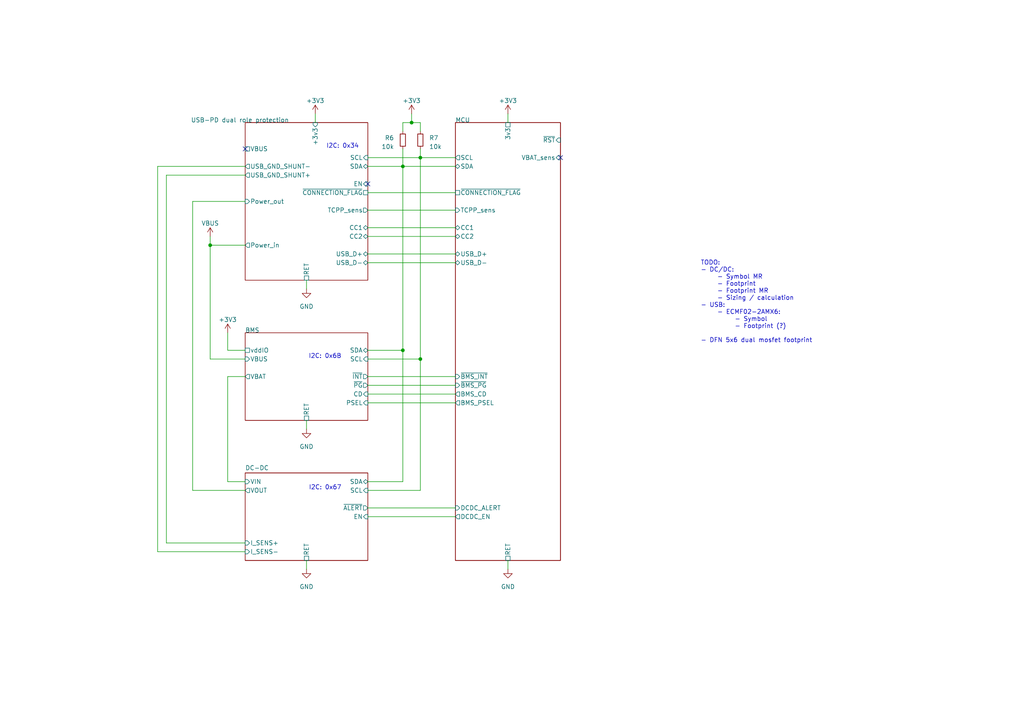
<source format=kicad_sch>
(kicad_sch (version 20230121) (generator eeschema)
  (paper "A4")
  (lib_symbols
    (symbol "Device:R_Small" (pin_numbers hide) (pin_names (offset 0.254) hide)
      (property "Reference" "R" (at 0.762 0.508 0))
      (property "Value" "R_Small" (at 0.762 -1.016 0))
      (symbol "R_Small_0_1"
        (rectangle (start -0.762 1.778) (end 0.762 -1.778) (stroke (width 0.2032)))
      )
      (symbol "R_Small_1_1"
        (pin passive line (at 0 2.54 270) (length 0.762) (name "~") (number "1"))
        (pin passive line (at 0 -2.54 90) (length 0.762) (name "~") (number "2"))
      )
    )
    (symbol "power:+3V3" (power) (pin_names (offset 0))
      (property "Value" "+3V3" (at 0 3.556 0))
      (symbol "+3V3_0_1"
        (polyline (pts (xy -0.762 1.27) (xy 0 2.54)))
        (polyline (pts (xy 0 0) (xy 0 2.54)))
        (polyline (pts (xy 0 2.54) (xy 0.762 1.27)))
      )
      (symbol "+3V3_1_1"
        (pin power_in line (at 0 0 90) (length 0) hide (name "+3V3") (number "1"))
      )
    )
    (symbol "power:GND" (power) (pin_names (offset 0))
      (property "Value" "GND" (at 0 -3.81 0))
      (symbol "GND_0_1"
        (polyline (pts (xy 0 0) (xy 0 -1.27) (xy 1.27 -1.27) (xy 0 -2.54) (xy -1.27 -1.27) (xy 0 -1.27)))
      )
      (symbol "GND_1_1"
        (pin power_in line (at 0 0 270) (length 0) hide (name "GND") (number "1"))
      )
    )
    (symbol "power:VBUS" (power) (pin_names (offset 0))
      (property "Value" "VBUS" (at 0 3.81 0))
      (symbol "VBUS_0_1"
        (polyline (pts (xy -0.762 1.27) (xy 0 2.54)))
        (polyline (pts (xy 0 0) (xy 0 2.54)))
        (polyline (pts (xy 0 2.54) (xy 0.762 1.27)))
      )
      (symbol "VBUS_1_1"
        (pin power_in line (at 0 0 90) (length 0) hide (name "VBUS") (number "1"))
      )
    )
  )
  (junction (at 121.92 104.14))
  (junction (at 116.84 101.6))
  (junction (at 116.84 48.26))
  (junction (at 119.38 35.56))
  (junction (at 60.96 71.12))
  (junction (at 121.92 45.72))
  (no_connect (at 162.56 45.72))
  (no_connect (at 71.12 43.18))
  (no_connect (at 106.68 53.34))
  (wire (pts (xy 106.68 114.3) (xy 132.08 114.3)))
  (wire (pts (xy 106.68 68.58) (xy 132.08 68.58)))
  (wire (pts (xy 71.12 50.8) (xy 48.26 50.8)))
  (wire (pts (xy 66.04 109.22) (xy 71.12 109.22)))
  (wire (pts (xy 48.26 157.48) (xy 71.12 157.48)))
  (wire (pts (xy 71.12 48.26) (xy 45.72 48.26)))
  (wire (pts (xy 121.92 35.56) (xy 121.92 38.1)))
  (wire (pts (xy 91.44 33.02) (xy 91.44 35.56)))
  (wire (pts (xy 88.9 162.56) (xy 88.9 165.1)))
  (wire (pts (xy 88.9 81.28) (xy 88.9 83.82)))
  (wire (pts (xy 147.32 162.56) (xy 147.32 165.1)))
  (wire (pts (xy 106.68 45.72) (xy 121.92 45.72)))
  (wire (pts (xy 106.68 139.7) (xy 116.84 139.7)))
  (wire (pts (xy 106.68 66.04) (xy 132.08 66.04)))
  (wire (pts (xy 55.88 142.24) (xy 71.12 142.24)))
  (wire (pts (xy 106.68 76.2) (xy 132.08 76.2)))
  (wire (pts (xy 45.72 160.02) (xy 71.12 160.02)))
  (wire (pts (xy 106.68 111.76) (xy 132.08 111.76)))
  (wire (pts (xy 147.32 33.02) (xy 147.32 35.56)))
  (wire (pts (xy 119.38 35.56) (xy 121.92 35.56)))
  (wire (pts (xy 60.96 71.12) (xy 60.96 104.14)))
  (wire (pts (xy 66.04 139.7) (xy 66.04 109.22)))
  (wire (pts (xy 119.38 33.02) (xy 119.38 35.56)))
  (wire (pts (xy 106.68 55.88) (xy 132.08 55.88)))
  (wire (pts (xy 116.84 139.7) (xy 116.84 101.6)))
  (wire (pts (xy 116.84 48.26) (xy 132.08 48.26)))
  (wire (pts (xy 106.68 101.6) (xy 116.84 101.6)))
  (wire (pts (xy 106.68 147.32) (xy 132.08 147.32)))
  (wire (pts (xy 55.88 142.24) (xy 55.88 58.42)))
  (wire (pts (xy 121.92 45.72) (xy 132.08 45.72)))
  (wire (pts (xy 121.92 43.18) (xy 121.92 45.72)))
  (wire (pts (xy 116.84 38.1) (xy 116.84 35.56)))
  (wire (pts (xy 45.72 48.26) (xy 45.72 160.02)))
  (wire (pts (xy 66.04 96.52) (xy 66.04 101.6)))
  (wire (pts (xy 121.92 45.72) (xy 121.92 104.14)))
  (wire (pts (xy 106.68 149.86) (xy 132.08 149.86)))
  (wire (pts (xy 116.84 43.18) (xy 116.84 48.26)))
  (wire (pts (xy 121.92 104.14) (xy 121.92 142.24)))
  (wire (pts (xy 106.68 73.66) (xy 132.08 73.66)))
  (wire (pts (xy 116.84 35.56) (xy 119.38 35.56)))
  (wire (pts (xy 121.92 142.24) (xy 106.68 142.24)))
  (wire (pts (xy 60.96 104.14) (xy 71.12 104.14)))
  (wire (pts (xy 106.68 104.14) (xy 121.92 104.14)))
  (wire (pts (xy 60.96 71.12) (xy 71.12 71.12)))
  (wire (pts (xy 116.84 48.26) (xy 116.84 101.6)))
  (wire (pts (xy 106.68 60.96) (xy 132.08 60.96)))
  (wire (pts (xy 66.04 101.6) (xy 71.12 101.6)))
  (wire (pts (xy 48.26 50.8) (xy 48.26 157.48)))
  (wire (pts (xy 55.88 58.42) (xy 71.12 58.42)))
  (wire (pts (xy 106.68 109.22) (xy 132.08 109.22)))
  (wire (pts (xy 106.68 48.26) (xy 116.84 48.26)))
  (wire (pts (xy 66.04 139.7) (xy 71.12 139.7)))
  (wire (pts (xy 106.68 116.84) (xy 132.08 116.84)))
  (wire (pts (xy 88.9 124.46) (xy 88.9 121.92)))
  (wire (pts (xy 60.96 68.58) (xy 60.96 71.12)))
  (text "I2C: 0x34" (at 104.14 43.18 0) (effects (font (size 1.27 1.27)) (justify right bottom)))
  (text "TODO:\n- DC/DC:\n	- Symbol MR\n	- Footprint\n	- Footprint MR\n	- Sizing / calculation\n- USB:\n	- ECMF02-2AMX6:\n		- Symbol\n		- Footprint (?)\n\n- DFN 5x6 dual mosfet footprint\n\n" (at 203.2 101.6 0) (effects (font (size 1.27 1.27)) (justify left bottom)))
  (text "I2C: 0x6B" (at 99.06 104.14 0) (effects (font (size 1.27 1.27)) (justify right bottom)))
  (text "I2C: 0x67" (at 99.06 142.24 0) (effects (font (size 1.27 1.27)) (justify right bottom)))
  (symbol (lib_id "power:+3V3") (at 119.38 33.02 0) (unit 1)
    (property "Reference" "#PWR04" (effects hide))
    (property "Value" "+3V3" (at 119.38 29.21 0))
  )
  (symbol (lib_id "Device:R_Small") (at 116.84 40.64 0) (mirror y) (unit 1)
    (property "Reference" "R6" (at 114.3 40.005 0) (effects (justify left)))
    (property "Value" "10k" (at 114.3 42.545 0) (effects (justify left)))
    (property "Footprint" "Resistor_SMD:R_0603_1608Metric" (effects hide))
  )
  (symbol (lib_id "power:GND") (at 88.9 165.1 0) (unit 1)
    (property "Reference" "#PWR06" (effects hide))
    (property "Value" "GND" (at 88.9 170.18 0))
  )
  (symbol (lib_id "power:VBUS") (at 60.96 68.58 0) (unit 1)
    (property "Reference" "#PWR014" (effects hide))
    (property "Value" "VBUS" (at 60.96 64.77 0))
  )
  (symbol (lib_id "power:+3V3") (at 147.32 33.02 0) (unit 1)
    (property "Reference" "#PWR05" (effects hide))
    (property "Value" "+3V3" (at 147.32 29.21 0))
  )
  (symbol (lib_id "power:+3V3") (at 91.44 33.02 0) (unit 1)
    (property "Reference" "#PWR03" (effects hide))
    (property "Value" "+3V3" (at 91.44 29.21 0))
  )
  (symbol (lib_id "power:GND") (at 88.9 124.46 0) (unit 1)
    (property "Reference" "#PWR02" (effects hide))
    (property "Value" "GND" (at 88.9 129.54 0))
  )
  (symbol (lib_id "power:GND") (at 88.9 83.82 0) (unit 1)
    (property "Reference" "#PWR012" (effects hide))
    (property "Value" "GND" (at 88.9 88.9 0))
  )
  (symbol (lib_id "power:+3V3") (at 66.04 96.52 0) (unit 1)
    (property "Reference" "#PWR01" (effects hide))
    (property "Value" "+3V3" (at 66.04 92.71 0))
  )
  (symbol (lib_id "Device:R_Small") (at 121.92 40.64 0) (unit 1)
    (property "Reference" "R7" (at 124.46 40.005 0) (effects (justify left)))
    (property "Value" "10k" (at 124.46 42.545 0) (effects (justify left)))
    (property "Footprint" "Resistor_SMD:R_0603_1608Metric" (effects hide))
  )
  (symbol (lib_id "power:GND") (at 147.32 165.1 0) (unit 1)
    (property "Reference" "#PWR016" (effects hide))
    (property "Value" "GND" (at 147.32 170.18 0))
  )
  (sheet (at 71.12 137.16) (size 35.56 25.4) (stroke (width 0.1524))
    (property "Sheetname" "DC-DC" (at 71.12 136.4484 0) (effects (justify left bottom)))
    (property "Sheetfile" "DC-DC.kicad_sch" (effects hide))
    (pin "I_SENS+" input (at 71.12 157.48 180))
    (pin "I_SENS-" input (at 71.12 160.02 180))
    (pin "~{ALERT}" output (at 106.68 147.32 0))
    (pin "EN" input (at 106.68 149.86 0))
    (pin "SDA" bidirectional (at 106.68 139.7 0))
    (pin "SCL" input (at 106.68 142.24 0))
    (pin "VIN" input (at 71.12 139.7 180))
    (pin "VOUT" output (at 71.12 142.24 180))
    (pin "RET" passive (at 88.9 162.56 270))
  )
  (sheet (at 132.08 35.56) (size 30.48 127) (stroke (width 0.1524))
    (property "Sheetname" "MCU" (at 132.08 35.56 0) (effects (justify left bottom)))
    (property "Sheetfile" "MCU.kicad_sch" (effects hide))
    (pin "SCL" output (at 132.08 45.72 180))
    (pin "RET" passive (at 147.32 162.56 270))
    (pin "TCPP_sens" input (at 132.08 60.96 180))
    (pin "VBAT_sens" input (at 162.56 45.72 0))
    (pin "USB_D+" bidirectional (at 132.08 73.66 180))
    (pin "USB_D-" bidirectional (at 132.08 76.2 180))
    (pin "~{RST}" input (at 162.56 40.64 0))
    (pin "CC1" bidirectional (at 132.08 66.04 180))
    (pin "SDA" bidirectional (at 132.08 48.26 180))
    (pin "CC2" bidirectional (at 132.08 68.58 180))
    (pin "~{CONNECTION_FLAG}" passive (at 132.08 55.88 180))
    (pin "3v3" passive (at 147.32 35.56 90))
    (pin "BMS_CD" output (at 132.08 114.3 180))
    (pin "~{BMS_INT}" input (at 132.08 109.22 180))
    (pin "~{BMS_PG}" input (at 132.08 111.76 180))
    (pin "BMS_PSEL" output (at 132.08 116.84 180))
    (pin "DCDC_EN" output (at 132.08 149.86 180))
    (pin "DCDC_ALERT" input (at 132.08 147.32 180))
  )
  (sheet (at 71.12 96.52) (size 35.56 25.4) (stroke (width 0.1524))
    (property "Sheetname" "BMS" (at 71.12 96.52 0) (effects (justify left bottom)))
    (property "Sheetfile" "BMS.kicad_sch" (effects hide))
    (pin "vddIO" passive (at 71.12 101.6 180))
    (pin "RET" passive (at 88.9 121.92 270))
    (pin "VBUS" input (at 71.12 104.14 180))
    (pin "~{INT}" output (at 106.68 109.22 0))
    (pin "SDA" bidirectional (at 106.68 101.6 0))
    (pin "SCL" input (at 106.68 104.14 0))
    (pin "~{PG}" output (at 106.68 111.76 0))
    (pin "CD" input (at 106.68 114.3 0))
    (pin "PSEL" input (at 106.68 116.84 0))
    (pin "VBAT" output (at 71.12 109.22 180))
  )
  (sheet (at 71.12 35.56) (size 35.56 45.72) (stroke (width 0.1524))
    (property "Sheetname" "USB-PD dual role protection" (at 83.82 35.56 0) (effects (justify right bottom)))
    (property "Sheetfile" "USB-PD-Dual-role-protection.kicad_sch" (effects hide))
    (pin "Power_in" output (at 71.12 71.12 180))
    (pin "Power_out" input (at 71.12 58.42 180))
    (pin "CC2" bidirectional (at 106.68 68.58 0))
    (pin "TCPP_sens" output (at 106.68 60.96 0))
    (pin "CC1" bidirectional (at 106.68 66.04 0))
    (pin "SCL" input (at 106.68 45.72 0))
    (pin "EN" input (at 106.68 53.34 0))
    (pin "RET" passive (at 88.9 81.28 270))
    (pin "~{CONNECTION_FLAG}" passive (at 106.68 55.88 0))
    (pin "SDA" bidirectional (at 106.68 48.26 0))
    (pin "VBUS" passive (at 71.12 43.18 180))
    (pin "USB_D+" bidirectional (at 106.68 73.66 0))
    (pin "USB_D-" bidirectional (at 106.68 76.2 0))
    (pin "+3v3" input (at 91.44 35.56 90))
    (pin "USB_GND_SHUNT-" output (at 71.12 48.26 180))
    (pin "USB_GND_SHUNT+" output (at 71.12 50.8 180))
  )
)
</source>
